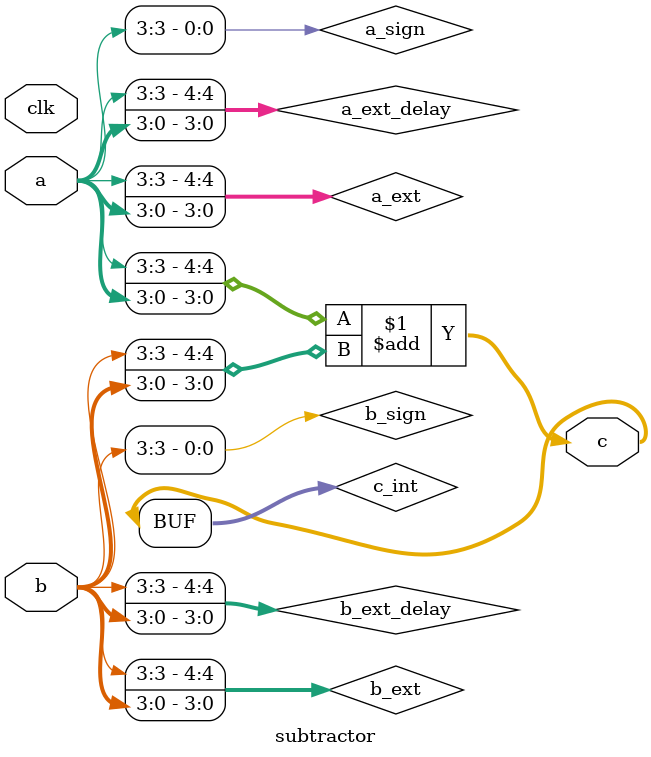
<source format=v>
`ifndef subtractor
`define subtractor

`timescale 1ns / 1ps

module subtractor(
    clk,
    a,
    b,
    c
    );

    parameter A_WIDTH = 4;      //width of input A
    parameter B_WIDTH = 4;      //width of input B
    parameter A_IS_SIGNED = "TRUE";
    parameter B_IS_SIGNED = "TRUE";
    parameter REGISTER_OUTPUT = "FALSE";
	 parameter REGISTER_INPUT = "FALSE";
	 parameter USE_DSP = "NO";
    
    localparam OUTPUT_WIDTH = A_WIDTH>B_WIDTH ? A_WIDTH+1 : B_WIDTH+1;
    
    input clk;
    input [A_WIDTH-1:0] a;
    input [B_WIDTH-1:0] b;
    output [OUTPUT_WIDTH-1:0] c;
    
    // sign extend the inputs
    wire a_sign = a[A_WIDTH-1];
    wire [OUTPUT_WIDTH-1:0] a_ext;
	 wire [OUTPUT_WIDTH-1:0] a_ext_delay;
    wire b_sign = b[B_WIDTH-1];
    wire [OUTPUT_WIDTH-1:0] b_ext;
	 wire [OUTPUT_WIDTH-1:0] b_ext_delay;
    generate
        if (A_IS_SIGNED == "TRUE") begin
            assign a_ext = {{(OUTPUT_WIDTH-A_WIDTH){a_sign}}, a};
        end else begin
            assign a_ext = {{(OUTPUT_WIDTH-A_WIDTH){1'b0}}, a};
        end
    endgenerate

    generate
        if (B_IS_SIGNED == "TRUE") begin
            assign b_ext = {{(OUTPUT_WIDTH-B_WIDTH){b_sign}}, b};
        end else begin
            assign b_ext = {{(OUTPUT_WIDTH-B_WIDTH){1'b0}}, b};
        end
    endgenerate
	 
	 //optional input register
    generate
        if (REGISTER_INPUT == "TRUE") begin : input_reg_gen
            delay # (
                .WIDTH(OUTPUT_WIDTH),
                .DELAY(1)
            ) add_delay [1:0](
                .clk(clk),
                .ce(1'b1),
                .din({a_ext,b_ext}),
                .dout({a_ext_delay,b_ext_delay})
            );

        end else begin
            assign a_ext_delay = a_ext;
				assign b_ext_delay = b_ext;
        end
    endgenerate

    // subtraction circuit
    (* use_dsp48 = USE_DSP *) wire [OUTPUT_WIDTH-1:0] c_int = a_ext_delay + b_ext_delay;
    
    //optional output register
    generate
        if (REGISTER_OUTPUT == "TRUE") begin : output_reg_gen
            delay # (
                .WIDTH(OUTPUT_WIDTH),
                .DELAY(1)
            ) add_delay (
                .clk(clk),
                .ce(1'b1),
                .din(c_int),
                .dout(c)
            );

        end else begin
            assign c = c_int;
        end
    endgenerate

endmodule

`endif

</source>
